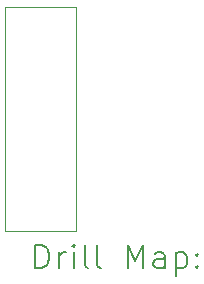
<source format=gbr>
%FSLAX45Y45*%
G04 Gerber Fmt 4.5, Leading zero omitted, Abs format (unit mm)*
G04 Created by KiCad (PCBNEW (6.0.1)) date 2022-03-24 22:06:32*
%MOMM*%
%LPD*%
G01*
G04 APERTURE LIST*
%TA.AperFunction,Profile*%
%ADD10C,0.050000*%
%TD*%
%ADD11C,0.200000*%
G04 APERTURE END LIST*
D10*
X15000000Y-10000000D02*
X15600000Y-10000000D01*
X15600000Y-10000000D02*
X15600000Y-8100000D01*
X15600000Y-8100000D02*
X15000000Y-8100000D01*
X15000000Y-8100000D02*
X15000000Y-10000000D01*
D11*
X15255119Y-10312976D02*
X15255119Y-10112976D01*
X15302738Y-10112976D01*
X15331309Y-10122500D01*
X15350357Y-10141548D01*
X15359881Y-10160595D01*
X15369405Y-10198690D01*
X15369405Y-10227262D01*
X15359881Y-10265357D01*
X15350357Y-10284405D01*
X15331309Y-10303452D01*
X15302738Y-10312976D01*
X15255119Y-10312976D01*
X15455119Y-10312976D02*
X15455119Y-10179643D01*
X15455119Y-10217738D02*
X15464643Y-10198690D01*
X15474167Y-10189167D01*
X15493214Y-10179643D01*
X15512262Y-10179643D01*
X15578928Y-10312976D02*
X15578928Y-10179643D01*
X15578928Y-10112976D02*
X15569405Y-10122500D01*
X15578928Y-10132024D01*
X15588452Y-10122500D01*
X15578928Y-10112976D01*
X15578928Y-10132024D01*
X15702738Y-10312976D02*
X15683690Y-10303452D01*
X15674167Y-10284405D01*
X15674167Y-10112976D01*
X15807500Y-10312976D02*
X15788452Y-10303452D01*
X15778928Y-10284405D01*
X15778928Y-10112976D01*
X16036071Y-10312976D02*
X16036071Y-10112976D01*
X16102738Y-10255833D01*
X16169405Y-10112976D01*
X16169405Y-10312976D01*
X16350357Y-10312976D02*
X16350357Y-10208214D01*
X16340833Y-10189167D01*
X16321786Y-10179643D01*
X16283690Y-10179643D01*
X16264643Y-10189167D01*
X16350357Y-10303452D02*
X16331309Y-10312976D01*
X16283690Y-10312976D01*
X16264643Y-10303452D01*
X16255119Y-10284405D01*
X16255119Y-10265357D01*
X16264643Y-10246310D01*
X16283690Y-10236786D01*
X16331309Y-10236786D01*
X16350357Y-10227262D01*
X16445595Y-10179643D02*
X16445595Y-10379643D01*
X16445595Y-10189167D02*
X16464643Y-10179643D01*
X16502738Y-10179643D01*
X16521786Y-10189167D01*
X16531309Y-10198690D01*
X16540833Y-10217738D01*
X16540833Y-10274881D01*
X16531309Y-10293929D01*
X16521786Y-10303452D01*
X16502738Y-10312976D01*
X16464643Y-10312976D01*
X16445595Y-10303452D01*
X16626548Y-10293929D02*
X16636071Y-10303452D01*
X16626548Y-10312976D01*
X16617024Y-10303452D01*
X16626548Y-10293929D01*
X16626548Y-10312976D01*
X16626548Y-10189167D02*
X16636071Y-10198690D01*
X16626548Y-10208214D01*
X16617024Y-10198690D01*
X16626548Y-10189167D01*
X16626548Y-10208214D01*
M02*

</source>
